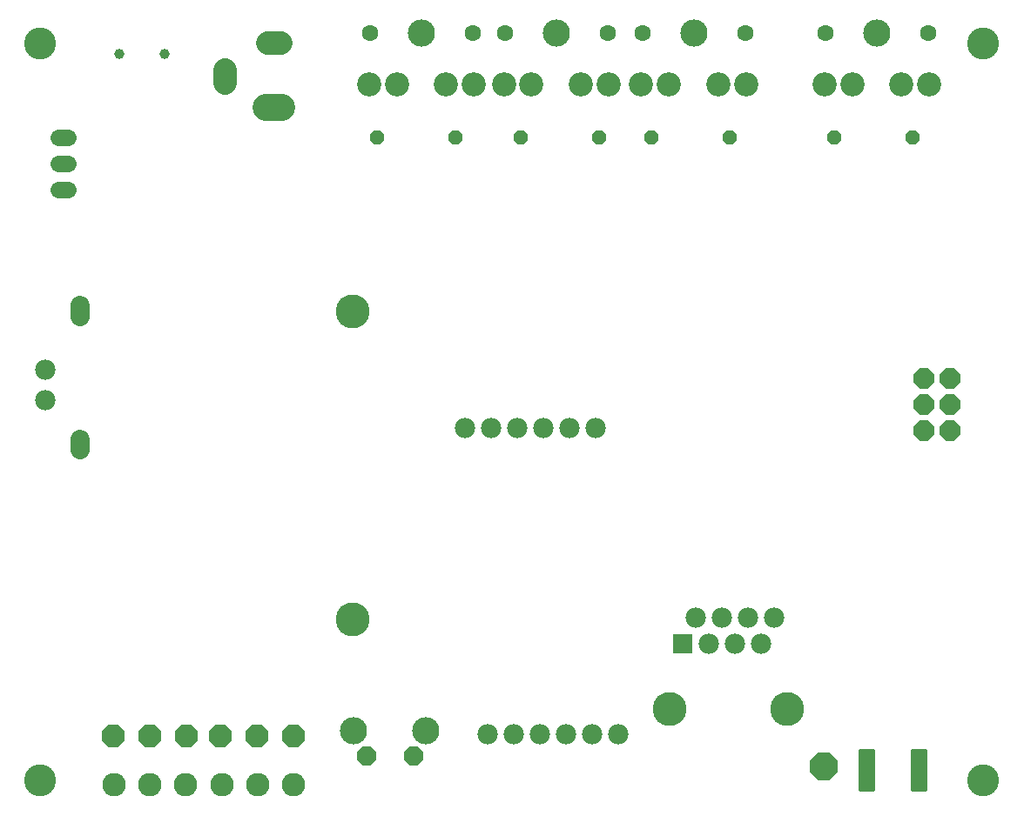
<source format=gbr>
G04 EAGLE Gerber RS-274X export*
G75*
%MOMM*%
%FSLAX34Y34*%
%LPD*%
%INSoldermask Bottom*%
%IPPOS*%
%AMOC8*
5,1,8,0,0,1.08239X$1,22.5*%
G01*
%ADD10C,2.641600*%
%ADD11C,2.351600*%
%ADD12C,1.601600*%
%ADD13P,1.429621X8X22.500000*%
%ADD14C,1.879600*%
%ADD15C,0.901600*%
%ADD16C,3.301600*%
%ADD17C,3.101600*%
%ADD18C,1.981200*%
%ADD19C,1.625600*%
%ADD20P,2.034460X8X22.500000*%
%ADD21C,1.001600*%
%ADD22C,2.286000*%
%ADD23C,2.641600*%
%ADD24P,2.859241X8X22.500000*%
%ADD25C,0.260094*%
%ADD26P,2.144431X8X112.500000*%
%ADD27R,1.981200X1.981200*%
%ADD28C,2.286000*%
%ADD29P,2.446851X8X22.500000*%


D10*
X854400Y768166D03*
D11*
X878400Y718166D03*
X830400Y718166D03*
X803400Y718166D03*
X905400Y718166D03*
D12*
X904400Y768166D03*
X804400Y768166D03*
D10*
X676300Y768166D03*
D11*
X700300Y718166D03*
X652300Y718166D03*
X625300Y718166D03*
X727300Y718166D03*
D12*
X726300Y768166D03*
X626300Y768166D03*
D10*
X542650Y768166D03*
D11*
X566650Y718166D03*
X518650Y718166D03*
X491650Y718166D03*
X593650Y718166D03*
D12*
X592650Y768166D03*
X492650Y768166D03*
D13*
X508000Y666766D03*
X584200Y666766D03*
X812800Y666766D03*
X889000Y666766D03*
X368300Y666766D03*
X444500Y666766D03*
D10*
X411700Y768166D03*
D11*
X435700Y718166D03*
X387700Y718166D03*
X360700Y718166D03*
X462700Y718166D03*
D12*
X461700Y768166D03*
X361700Y768166D03*
D13*
X635000Y666766D03*
X711200Y666766D03*
D14*
X80100Y502800D02*
X80100Y492132D01*
X80100Y372800D02*
X80100Y362132D01*
D15*
X80100Y497466D03*
X80100Y367466D03*
D16*
X345100Y197466D03*
X345100Y497466D03*
D17*
X41000Y758066D03*
X958000Y758066D03*
X41000Y41066D03*
X958000Y41066D03*
D18*
X476200Y85766D03*
X501600Y85766D03*
X527000Y85766D03*
X552400Y85766D03*
X577800Y85766D03*
X603200Y85766D03*
D19*
X68072Y666766D02*
X58928Y666766D01*
X58928Y641366D02*
X68072Y641366D01*
X68072Y615966D02*
X58928Y615966D01*
D18*
X45720Y439944D03*
X45720Y410988D03*
D20*
X358394Y64020D03*
X403606Y64020D03*
D10*
X345948Y88912D03*
X416052Y88912D03*
D21*
X161700Y748100D03*
X117700Y748100D03*
D22*
X220000Y732553D02*
X220000Y719447D01*
X261447Y758500D02*
X274553Y758500D01*
D23*
X275620Y696000D02*
X260380Y696000D01*
D24*
X802640Y54610D03*
D25*
X888522Y70328D02*
X902178Y70328D01*
X902178Y31272D01*
X888522Y31272D01*
X888522Y70328D01*
X888522Y33743D02*
X902178Y33743D01*
X902178Y36214D02*
X888522Y36214D01*
X888522Y38685D02*
X902178Y38685D01*
X902178Y41156D02*
X888522Y41156D01*
X888522Y43627D02*
X902178Y43627D01*
X902178Y46098D02*
X888522Y46098D01*
X888522Y48569D02*
X902178Y48569D01*
X902178Y51040D02*
X888522Y51040D01*
X888522Y53511D02*
X902178Y53511D01*
X902178Y55982D02*
X888522Y55982D01*
X888522Y58453D02*
X902178Y58453D01*
X902178Y60924D02*
X888522Y60924D01*
X888522Y63395D02*
X902178Y63395D01*
X902178Y65866D02*
X888522Y65866D01*
X888522Y68337D02*
X902178Y68337D01*
X851378Y70328D02*
X837722Y70328D01*
X851378Y70328D02*
X851378Y31272D01*
X837722Y31272D01*
X837722Y70328D01*
X837722Y33743D02*
X851378Y33743D01*
X851378Y36214D02*
X837722Y36214D01*
X837722Y38685D02*
X851378Y38685D01*
X851378Y41156D02*
X837722Y41156D01*
X837722Y43627D02*
X851378Y43627D01*
X851378Y46098D02*
X837722Y46098D01*
X837722Y48569D02*
X851378Y48569D01*
X851378Y51040D02*
X837722Y51040D01*
X837722Y53511D02*
X851378Y53511D01*
X851378Y55982D02*
X837722Y55982D01*
X837722Y58453D02*
X851378Y58453D01*
X851378Y60924D02*
X837722Y60924D01*
X837722Y63395D02*
X851378Y63395D01*
X851378Y65866D02*
X837722Y65866D01*
X837722Y68337D02*
X851378Y68337D01*
D26*
X925200Y381000D03*
X899800Y381000D03*
X925200Y406400D03*
X899800Y406400D03*
X925200Y431800D03*
X899800Y431800D03*
D18*
X754450Y198900D03*
X741750Y173500D03*
X729050Y198900D03*
X703650Y198900D03*
X678250Y198900D03*
X716350Y173500D03*
X690950Y173500D03*
D27*
X665550Y173500D03*
D16*
X652850Y110000D03*
X767150Y110000D03*
D28*
X287500Y36366D03*
X252500Y36366D03*
X217500Y36366D03*
X182500Y36366D03*
X147500Y36366D03*
X112500Y36366D03*
D29*
X287020Y83820D03*
X251460Y83820D03*
X215900Y83820D03*
X182880Y83820D03*
X147320Y83820D03*
X111760Y83820D03*
D18*
X453720Y383710D03*
X479120Y383710D03*
X504520Y383710D03*
X529920Y383710D03*
X555320Y383710D03*
X580720Y383710D03*
M02*

</source>
